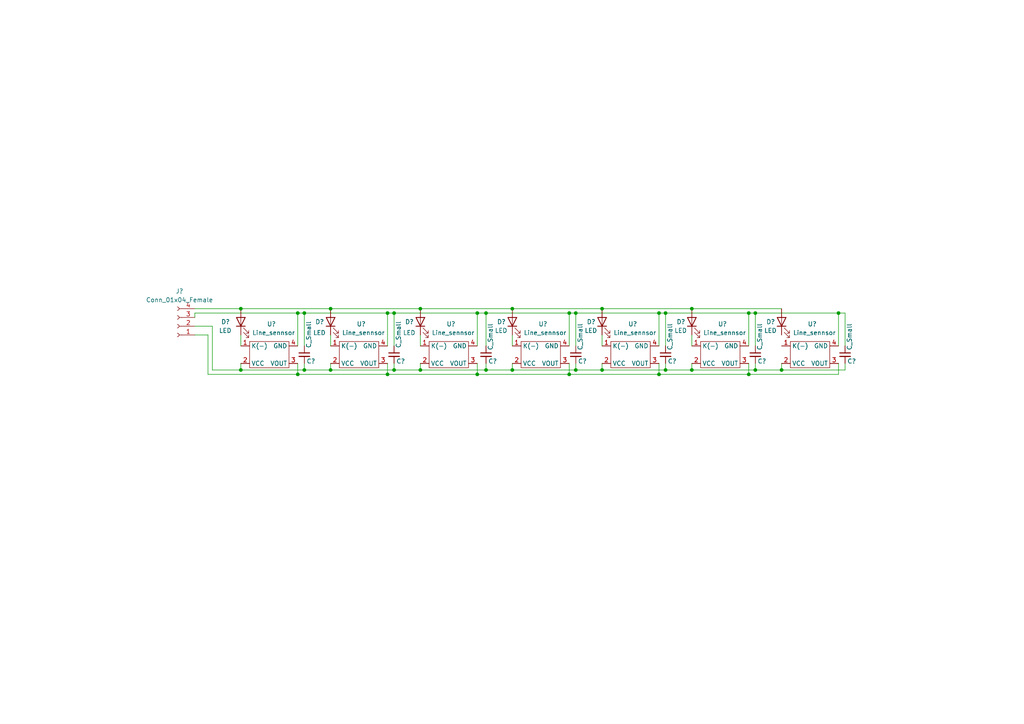
<source format=kicad_sch>
(kicad_sch (version 20211123) (generator eeschema)
  (paper "A4")
  (lib_symbols
    (symbol "Connector:Conn_01x04_Female" (pin_names (offset 1.016) hide)
      (property "Reference" "J" (at 0 5.08 0))
      (property "Value" "Conn_01x04_Female" (at 0 -7.62 0))
      (symbol "Conn_01x04_Female_1_1"
        (arc (start 0 -4.572) (mid -0.508 -5.08) (end 0 -5.588) (stroke (width 0.1524)))
        (arc (start 0 -2.032) (mid -0.508 -2.54) (end 0 -3.048) (stroke (width 0.1524)))
        (polyline (pts (xy -1.27 -5.08) (xy -0.508 -5.08)) (stroke (width 0.1524)))
        (polyline (pts (xy -1.27 -2.54) (xy -0.508 -2.54)) (stroke (width 0.1524)))
        (polyline (pts (xy -1.27 0) (xy -0.508 0)) (stroke (width 0.1524)))
        (polyline (pts (xy -1.27 2.54) (xy -0.508 2.54)) (stroke (width 0.1524)))
        (arc (start 0 0.508) (mid -0.508 0) (end 0 -0.508) (stroke (width 0.1524)))
        (arc (start 0 3.048) (mid -0.508 2.54) (end 0 2.032) (stroke (width 0.1524)))
        (pin passive line (at -5.08 2.54 0) (length 3.81) (name "Pin_1") (number "1"))
        (pin passive line (at -5.08 0 0) (length 3.81) (name "Pin_2") (number "2"))
        (pin passive line (at -5.08 -2.54 0) (length 3.81) (name "Pin_3") (number "3"))
        (pin passive line (at -5.08 -5.08 0) (length 3.81) (name "Pin_4") (number "4"))
      )
    )
    (symbol "Device:C_Small" (pin_numbers hide) (pin_names (offset 0.254) hide)
      (property "Reference" "C" (at 0.254 1.778 0))
      (property "Value" "C_Small" (at 0.254 -2.032 0))
      (symbol "C_Small_0_1"
        (polyline (pts (xy -1.524 -0.508) (xy 1.524 -0.508)) (stroke (width 0.3302)))
        (polyline (pts (xy -1.524 0.508) (xy 1.524 0.508)) (stroke (width 0.3048)))
      )
      (symbol "C_Small_1_1"
        (pin passive line (at 0 2.54 270) (length 2.032) (name "~") (number "1"))
        (pin passive line (at 0 -2.54 90) (length 2.032) (name "~") (number "2"))
      )
    )
    (symbol "Device:LED" (pin_numbers hide) (pin_names (offset 1.016) hide)
      (property "Reference" "D" (at 0 2.54 0))
      (property "Value" "LED" (at 0 -2.54 0))
      (symbol "LED_0_1"
        (polyline (pts (xy -1.27 -1.27) (xy -1.27 1.27)) (stroke (width 0.254)))
        (polyline (pts (xy -1.27 0) (xy 1.27 0)))
        (polyline (pts (xy 1.27 -1.27) (xy 1.27 1.27) (xy -1.27 0) (xy 1.27 -1.27)) (stroke (width 0.254)))
        (polyline (pts (xy -3.048 -0.762) (xy -4.572 -2.286) (xy -3.81 -2.286) (xy -4.572 -2.286) (xy -4.572 -1.524)))
        (polyline (pts (xy -1.778 -0.762) (xy -3.302 -2.286) (xy -2.54 -2.286) (xy -3.302 -2.286) (xy -3.302 -1.524)))
      )
      (symbol "LED_1_1"
        (pin passive line (at -3.81 0 0) (length 2.54) (name "K") (number "1"))
        (pin passive line (at 3.81 0 180) (length 2.54) (name "A") (number "2"))
      )
    )
    (symbol "Line_sennsor:Line_sennsor"
      (property "Reference" "U" (at 0 1.27 0))
      (property "Value" "Line_sennsor" (at 0 0 0))
      (symbol "Line_sennsor_0_1"
        (rectangle (start -6.35 -1.27) (end 5.08 -8.89))
      )
      (symbol "Line_sennsor_1_1"
        (pin bidirectional line (at -8.89 -2.54 0) (length 2.54) (name "K(-)") (number "1"))
        (pin bidirectional line (at -8.89 -7.62 0) (length 2.54) (name "VCC") (number "2"))
        (pin bidirectional line (at 7.62 -7.62 180) (length 2.54) (name "VOUT") (number "3"))
        (pin bidirectional line (at 7.62 -2.54 180) (length 2.54) (name "GND") (number "4"))
      )
    )
  )
  (junction (at 69.85 107.315))
  (junction (at 86.36 108.585))
  (junction (at 114.3 90.805))
  (junction (at 167.005 90.805))
  (junction (at 200.66 107.315))
  (junction (at 191.135 90.805))
  (junction (at 140.97 107.315))
  (junction (at 193.04 90.805))
  (junction (at 165.1 108.585))
  (junction (at 140.97 90.805))
  (junction (at 148.59 107.315))
  (junction (at 191.135 108.585))
  (junction (at 95.885 89.535))
  (junction (at 95.885 107.315))
  (junction (at 86.36 90.805))
  (junction (at 88.265 107.315))
  (junction (at 112.395 90.805))
  (junction (at 219.075 107.315))
  (junction (at 138.43 108.585))
  (junction (at 193.04 107.315))
  (junction (at 243.205 90.805))
  (junction (at 200.66 89.535))
  (junction (at 114.3 107.315))
  (junction (at 69.85 89.535))
  (junction (at 165.1 90.805))
  (junction (at 174.625 107.315))
  (junction (at 174.625 89.535))
  (junction (at 138.43 90.805))
  (junction (at 88.265 90.805))
  (junction (at 226.695 107.315))
  (junction (at 121.92 107.315))
  (junction (at 219.075 90.805))
  (junction (at 167.005 107.315))
  (junction (at 112.395 108.585))
  (junction (at 217.17 108.585))
  (junction (at 217.17 90.805))
  (junction (at 121.92 89.535))
  (junction (at 148.59 89.535))
  (wire (pts (xy 114.3 90.805) (xy 114.3 100.33)))
  (wire (pts (xy 88.265 90.805) (xy 88.265 100.33)))
  (wire (pts (xy 217.17 90.805) (xy 219.075 90.805)))
  (wire (pts (xy 138.43 105.41) (xy 138.43 108.585)))
  (wire (pts (xy 121.92 89.535) (xy 148.59 89.535)))
  (wire (pts (xy 167.005 90.805) (xy 167.005 100.33)))
  (wire (pts (xy 121.92 97.155) (xy 121.92 100.33)))
  (wire (pts (xy 69.85 105.41) (xy 69.85 107.315)))
  (wire (pts (xy 243.205 100.33) (xy 243.205 90.805)))
  (wire (pts (xy 140.97 107.315) (xy 148.59 107.315)))
  (wire (pts (xy 148.59 89.535) (xy 174.625 89.535)))
  (wire (pts (xy 69.85 89.535) (xy 95.885 89.535)))
  (wire (pts (xy 121.92 107.315) (xy 140.97 107.315)))
  (wire (pts (xy 193.04 90.805) (xy 193.04 100.33)))
  (wire (pts (xy 112.395 105.41) (xy 112.395 108.585)))
  (wire (pts (xy 200.66 107.315) (xy 219.075 107.315)))
  (wire (pts (xy 219.075 100.33) (xy 219.075 90.805)))
  (wire (pts (xy 167.005 90.805) (xy 191.135 90.805)))
  (wire (pts (xy 200.66 97.155) (xy 200.66 100.33)))
  (wire (pts (xy 165.1 108.585) (xy 191.135 108.585)))
  (wire (pts (xy 165.1 105.41) (xy 165.1 108.585)))
  (wire (pts (xy 114.3 105.41) (xy 114.3 107.315)))
  (wire (pts (xy 245.11 100.33) (xy 245.11 90.805)))
  (wire (pts (xy 226.695 107.315) (xy 226.695 105.41)))
  (wire (pts (xy 95.885 97.155) (xy 95.885 100.33)))
  (wire (pts (xy 219.075 105.41) (xy 219.075 107.315)))
  (wire (pts (xy 114.3 90.805) (xy 138.43 90.805)))
  (wire (pts (xy 56.515 89.535) (xy 69.85 89.535)))
  (wire (pts (xy 148.59 105.41) (xy 148.59 107.315)))
  (wire (pts (xy 69.85 107.315) (xy 88.265 107.315)))
  (wire (pts (xy 165.1 90.805) (xy 167.005 90.805)))
  (wire (pts (xy 86.36 105.41) (xy 86.36 108.585)))
  (wire (pts (xy 88.265 105.41) (xy 88.265 107.315)))
  (wire (pts (xy 60.325 108.585) (xy 86.36 108.585)))
  (wire (pts (xy 56.515 97.155) (xy 60.325 97.155)))
  (wire (pts (xy 245.11 90.805) (xy 243.205 90.805)))
  (wire (pts (xy 140.97 90.805) (xy 165.1 90.805)))
  (wire (pts (xy 95.885 105.41) (xy 95.885 107.315)))
  (wire (pts (xy 56.515 90.805) (xy 86.36 90.805)))
  (wire (pts (xy 219.075 107.315) (xy 226.695 107.315)))
  (wire (pts (xy 191.135 108.585) (xy 217.17 108.585)))
  (wire (pts (xy 61.595 107.315) (xy 69.85 107.315)))
  (wire (pts (xy 243.205 108.585) (xy 243.205 105.41)))
  (wire (pts (xy 140.97 90.805) (xy 140.97 100.33)))
  (wire (pts (xy 191.135 90.805) (xy 191.135 100.33)))
  (wire (pts (xy 86.36 108.585) (xy 112.395 108.585)))
  (wire (pts (xy 167.005 107.315) (xy 174.625 107.315)))
  (wire (pts (xy 219.075 90.805) (xy 243.205 90.805)))
  (wire (pts (xy 193.04 90.805) (xy 217.17 90.805)))
  (wire (pts (xy 174.625 89.535) (xy 200.66 89.535)))
  (wire (pts (xy 112.395 90.805) (xy 114.3 90.805)))
  (wire (pts (xy 193.04 107.315) (xy 200.66 107.315)))
  (wire (pts (xy 138.43 108.585) (xy 165.1 108.585)))
  (wire (pts (xy 217.17 90.805) (xy 217.17 100.33)))
  (wire (pts (xy 167.005 105.41) (xy 167.005 107.315)))
  (wire (pts (xy 200.66 89.535) (xy 226.695 89.535)))
  (wire (pts (xy 193.04 105.41) (xy 193.04 107.315)))
  (wire (pts (xy 217.17 108.585) (xy 243.205 108.585)))
  (wire (pts (xy 88.265 90.805) (xy 112.395 90.805)))
  (wire (pts (xy 174.625 105.41) (xy 174.625 107.315)))
  (wire (pts (xy 138.43 90.805) (xy 140.97 90.805)))
  (wire (pts (xy 112.395 90.805) (xy 112.395 100.33)))
  (wire (pts (xy 61.595 94.615) (xy 61.595 107.315)))
  (wire (pts (xy 56.515 92.075) (xy 56.515 90.805)))
  (wire (pts (xy 88.265 107.315) (xy 95.885 107.315)))
  (wire (pts (xy 226.695 107.315) (xy 245.11 107.315)))
  (wire (pts (xy 191.135 90.805) (xy 193.04 90.805)))
  (wire (pts (xy 165.1 90.805) (xy 165.1 100.33)))
  (wire (pts (xy 191.135 105.41) (xy 191.135 108.585)))
  (wire (pts (xy 112.395 108.585) (xy 138.43 108.585)))
  (wire (pts (xy 200.66 105.41) (xy 200.66 107.315)))
  (wire (pts (xy 174.625 107.315) (xy 193.04 107.315)))
  (wire (pts (xy 140.97 105.41) (xy 140.97 107.315)))
  (wire (pts (xy 138.43 90.805) (xy 138.43 100.33)))
  (wire (pts (xy 95.885 107.315) (xy 114.3 107.315)))
  (wire (pts (xy 148.59 107.315) (xy 167.005 107.315)))
  (wire (pts (xy 56.515 94.615) (xy 61.595 94.615)))
  (wire (pts (xy 174.625 97.155) (xy 174.625 100.33)))
  (wire (pts (xy 86.36 90.805) (xy 86.36 100.33)))
  (wire (pts (xy 114.3 107.315) (xy 121.92 107.315)))
  (wire (pts (xy 86.36 90.805) (xy 88.265 90.805)))
  (wire (pts (xy 121.92 105.41) (xy 121.92 107.315)))
  (wire (pts (xy 69.85 97.155) (xy 69.85 100.33)))
  (wire (pts (xy 148.59 97.155) (xy 148.59 100.33)))
  (wire (pts (xy 217.17 105.41) (xy 217.17 108.585)))
  (wire (pts (xy 245.11 107.315) (xy 245.11 105.41)))
  (wire (pts (xy 60.325 97.155) (xy 60.325 108.585)))
  (wire (pts (xy 95.885 89.535) (xy 121.92 89.535)))
  (symbol (lib_id "Device:C_Small") (at 88.265 102.87 0) (unit 1)
    (property "Reference" "C?" (at 88.9 104.775 0) (effects (justify left)))
    (property "Value" "C_Small" (at 89.535 100.965 90) (effects (justify left)))
    (property "Footprint" "Capacitor_THT:C_Disc_D3.8mm_W2.6mm_P2.50mm" (effects hide))
  )
  (symbol (lib_id "Line_sennsor:Line_sennsor") (at 130.81 97.79 0) (unit 1)
    (property "Reference" "U?" (at 130.81 93.98 0))
    (property "Value" "Line_sennsor" (at 131.445 96.52 0))
  )
  (symbol (lib_id "Device:LED") (at 148.59 93.345 90) (unit 1)
    (property "Reference" "D?" (at 144.145 93.345 90) (effects (justify right)))
    (property "Value" "LED" (at 143.51 95.885 90) (effects (justify right)))
    (property "Footprint" "LED_THT:LED_D3.0mm_Clear" (effects hide))
  )
  (symbol (lib_id "Device:C_Small") (at 167.005 102.87 0) (unit 1)
    (property "Reference" "C?" (at 167.64 104.775 0) (effects (justify left)))
    (property "Value" "C_Small" (at 168.275 101.6 90) (effects (justify left)))
    (property "Footprint" "Capacitor_THT:C_Disc_D3.8mm_W2.6mm_P2.50mm" (effects hide))
  )
  (symbol (lib_id "Device:C_Small") (at 140.97 102.87 0) (unit 1)
    (property "Reference" "C?" (at 141.605 104.775 0) (effects (justify left)))
    (property "Value" "C_Small" (at 142.24 101.6 90) (effects (justify left)))
    (property "Footprint" "Capacitor_THT:C_Disc_D3.8mm_W2.6mm_P2.50mm" (effects hide))
  )
  (symbol (lib_id "Device:C_Small") (at 193.04 102.87 0) (unit 1)
    (property "Reference" "C?" (at 193.675 104.775 0) (effects (justify left)))
    (property "Value" "C_Small" (at 194.31 101.6 90) (effects (justify left)))
    (property "Footprint" "Capacitor_THT:C_Disc_D3.8mm_W2.6mm_P2.50mm" (effects hide))
  )
  (symbol (lib_id "Device:LED") (at 200.66 93.345 90) (unit 1)
    (property "Reference" "D?" (at 196.215 93.345 90) (effects (justify right)))
    (property "Value" "LED" (at 195.58 95.885 90) (effects (justify right)))
    (property "Footprint" "LED_THT:LED_D3.0mm_Clear" (effects hide))
  )
  (symbol (lib_id "Line_sennsor:Line_sennsor") (at 235.585 97.79 0) (unit 1)
    (property "Reference" "U?" (at 235.585 93.98 0))
    (property "Value" "Line_sennsor" (at 236.22 96.52 0))
  )
  (symbol (lib_id "Connector:Conn_01x04_Female") (at 51.435 94.615 180) (unit 1)
    (property "Reference" "J?" (at 52.07 84.455 0))
    (property "Value" "Conn_01x04_Female" (at 52.07 86.995 0))
  )
  (symbol (lib_id "Device:LED") (at 69.85 93.345 90) (unit 1)
    (property "Reference" "D?" (at 64.135 93.345 90) (effects (justify right)))
    (property "Value" "LED" (at 63.5 95.885 90) (effects (justify right)))
    (property "Footprint" "LED_THT:LED_D3.0mm_Clear" (effects hide))
  )
  (symbol (lib_id "Line_sennsor:Line_sennsor") (at 104.775 97.79 0) (unit 1)
    (property "Reference" "U?" (at 104.775 93.98 0))
    (property "Value" "Line_sennsor" (at 105.41 96.52 0))
  )
  (symbol (lib_id "Line_sennsor:Line_sennsor") (at 157.48 97.79 0) (unit 1)
    (property "Reference" "U?" (at 157.48 93.98 0))
    (property "Value" "Line_sennsor" (at 158.115 96.52 0))
  )
  (symbol (lib_id "Device:LED") (at 226.695 93.345 90) (unit 1)
    (property "Reference" "D?" (at 222.25 93.345 90) (effects (justify right)))
    (property "Value" "LED" (at 221.615 95.885 90) (effects (justify right)))
    (property "Footprint" "LED_THT:LED_D3.0mm_Clear" (effects hide))
  )
  (symbol (lib_id "Line_sennsor:Line_sennsor") (at 209.55 97.79 0) (unit 1)
    (property "Reference" "U?" (at 209.55 93.98 0))
    (property "Value" "Line_sennsor" (at 210.185 96.52 0))
  )
  (symbol (lib_id "Line_sennsor:Line_sennsor") (at 183.515 97.79 0) (unit 1)
    (property "Reference" "U?" (at 183.515 93.98 0))
    (property "Value" "Line_sennsor" (at 184.15 96.52 0))
  )
  (symbol (lib_id "Line_sennsor:Line_sennsor") (at 78.74 97.79 0) (unit 1)
    (property "Reference" "U?" (at 78.74 93.98 0))
    (property "Value" "Line_sennsor" (at 79.375 96.52 0))
  )
  (symbol (lib_id "Device:LED") (at 174.625 93.345 90) (unit 1)
    (property "Reference" "D?" (at 170.18 93.345 90) (effects (justify right)))
    (property "Value" "LED" (at 169.545 95.885 90) (effects (justify right)))
    (property "Footprint" "LED_THT:LED_D3.0mm_Clear" (effects hide))
  )
  (symbol (lib_id "Device:LED") (at 121.92 93.345 90) (unit 1)
    (property "Reference" "D?" (at 117.475 93.345 90) (effects (justify right)))
    (property "Value" "LED" (at 116.84 96.52 90) (effects (justify right)))
    (property "Footprint" "LED_THT:LED_D3.0mm_Clear" (effects hide))
  )
  (symbol (lib_id "Device:C_Small") (at 245.11 102.87 0) (unit 1)
    (property "Reference" "C?" (at 245.745 104.775 0) (effects (justify left)))
    (property "Value" "C_Small" (at 246.38 101.6 90) (effects (justify left)))
    (property "Footprint" "Capacitor_THT:C_Disc_D3.8mm_W2.6mm_P2.50mm" (effects hide))
  )
  (symbol (lib_id "Device:C_Small") (at 219.075 102.87 0) (unit 1)
    (property "Reference" "C?" (at 219.71 104.775 0) (effects (justify left)))
    (property "Value" "C_Small" (at 220.345 101.6 90) (effects (justify left)))
    (property "Footprint" "Capacitor_THT:C_Disc_D3.8mm_W2.6mm_P2.50mm" (effects hide))
  )
  (symbol (lib_id "Device:LED") (at 95.885 93.345 90) (unit 1)
    (property "Reference" "D?" (at 91.44 93.345 90) (effects (justify right)))
    (property "Value" "LED" (at 90.805 96.52 90) (effects (justify right)))
    (property "Footprint" "LED_THT:LED_D3.0mm_Clear" (effects hide))
  )
  (symbol (lib_id "Device:C_Small") (at 114.3 102.87 0) (unit 1)
    (property "Reference" "C?" (at 114.935 104.775 0) (effects (justify left)))
    (property "Value" "C_Small" (at 115.57 100.965 90) (effects (justify left)))
    (property "Footprint" "Capacitor_THT:C_Disc_D3.8mm_W2.6mm_P2.50mm" (effects hide))
  )
)
</source>
